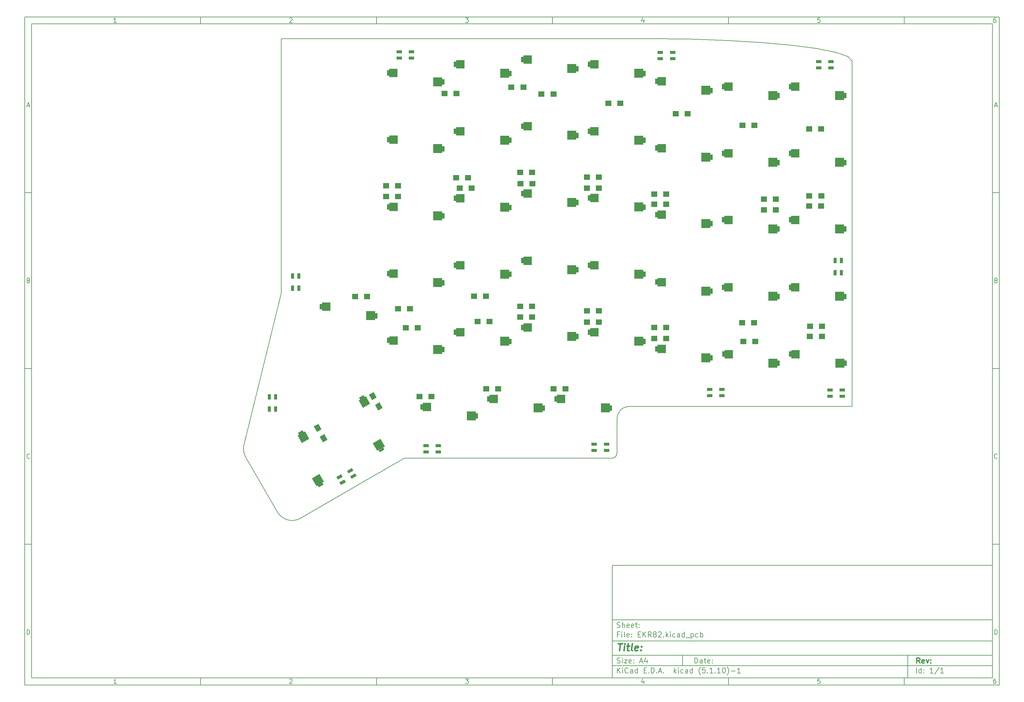
<source format=gtp>
G04 #@! TF.GenerationSoftware,KiCad,Pcbnew,(5.1.10)-1*
G04 #@! TF.CreationDate,2021-06-17T20:41:29+02:00*
G04 #@! TF.ProjectId,EKR82,454b5238-322e-46b6-9963-61645f706362,rev?*
G04 #@! TF.SameCoordinates,Original*
G04 #@! TF.FileFunction,Paste,Top*
G04 #@! TF.FilePolarity,Positive*
%FSLAX46Y46*%
G04 Gerber Fmt 4.6, Leading zero omitted, Abs format (unit mm)*
G04 Created by KiCad (PCBNEW (5.1.10)-1) date 2021-06-17 20:41:29*
%MOMM*%
%LPD*%
G01*
G04 APERTURE LIST*
%ADD10C,0.100000*%
%ADD11C,0.150000*%
%ADD12C,0.300000*%
%ADD13C,0.400000*%
G04 #@! TA.AperFunction,Profile*
%ADD14C,0.150000*%
G04 #@! TD*
G04 #@! TA.AperFunction,Profile*
%ADD15C,0.200000*%
G04 #@! TD*
%ADD16R,1.800000X1.500000*%
%ADD17R,2.500000X2.500000*%
%ADD18R,2.400000X2.400000*%
%ADD19R,0.700000X1.500000*%
%ADD20R,0.850000X1.600000*%
%ADD21R,1.600000X0.850000*%
G04 APERTURE END LIST*
D10*
D11*
X177002200Y-166007200D02*
X177002200Y-198007200D01*
X285002200Y-198007200D01*
X285002200Y-166007200D01*
X177002200Y-166007200D01*
D10*
D11*
X10000000Y-10000000D02*
X10000000Y-200007200D01*
X287002200Y-200007200D01*
X287002200Y-10000000D01*
X10000000Y-10000000D01*
D10*
D11*
X12000000Y-12000000D02*
X12000000Y-198007200D01*
X285002200Y-198007200D01*
X285002200Y-12000000D01*
X12000000Y-12000000D01*
D10*
D11*
X60000000Y-12000000D02*
X60000000Y-10000000D01*
D10*
D11*
X110000000Y-12000000D02*
X110000000Y-10000000D01*
D10*
D11*
X160000000Y-12000000D02*
X160000000Y-10000000D01*
D10*
D11*
X210000000Y-12000000D02*
X210000000Y-10000000D01*
D10*
D11*
X260000000Y-12000000D02*
X260000000Y-10000000D01*
D10*
D11*
X36065476Y-11588095D02*
X35322619Y-11588095D01*
X35694047Y-11588095D02*
X35694047Y-10288095D01*
X35570238Y-10473809D01*
X35446428Y-10597619D01*
X35322619Y-10659523D01*
D10*
D11*
X85322619Y-10411904D02*
X85384523Y-10350000D01*
X85508333Y-10288095D01*
X85817857Y-10288095D01*
X85941666Y-10350000D01*
X86003571Y-10411904D01*
X86065476Y-10535714D01*
X86065476Y-10659523D01*
X86003571Y-10845238D01*
X85260714Y-11588095D01*
X86065476Y-11588095D01*
D10*
D11*
X135260714Y-10288095D02*
X136065476Y-10288095D01*
X135632142Y-10783333D01*
X135817857Y-10783333D01*
X135941666Y-10845238D01*
X136003571Y-10907142D01*
X136065476Y-11030952D01*
X136065476Y-11340476D01*
X136003571Y-11464285D01*
X135941666Y-11526190D01*
X135817857Y-11588095D01*
X135446428Y-11588095D01*
X135322619Y-11526190D01*
X135260714Y-11464285D01*
D10*
D11*
X185941666Y-10721428D02*
X185941666Y-11588095D01*
X185632142Y-10226190D02*
X185322619Y-11154761D01*
X186127380Y-11154761D01*
D10*
D11*
X236003571Y-10288095D02*
X235384523Y-10288095D01*
X235322619Y-10907142D01*
X235384523Y-10845238D01*
X235508333Y-10783333D01*
X235817857Y-10783333D01*
X235941666Y-10845238D01*
X236003571Y-10907142D01*
X236065476Y-11030952D01*
X236065476Y-11340476D01*
X236003571Y-11464285D01*
X235941666Y-11526190D01*
X235817857Y-11588095D01*
X235508333Y-11588095D01*
X235384523Y-11526190D01*
X235322619Y-11464285D01*
D10*
D11*
X285941666Y-10288095D02*
X285694047Y-10288095D01*
X285570238Y-10350000D01*
X285508333Y-10411904D01*
X285384523Y-10597619D01*
X285322619Y-10845238D01*
X285322619Y-11340476D01*
X285384523Y-11464285D01*
X285446428Y-11526190D01*
X285570238Y-11588095D01*
X285817857Y-11588095D01*
X285941666Y-11526190D01*
X286003571Y-11464285D01*
X286065476Y-11340476D01*
X286065476Y-11030952D01*
X286003571Y-10907142D01*
X285941666Y-10845238D01*
X285817857Y-10783333D01*
X285570238Y-10783333D01*
X285446428Y-10845238D01*
X285384523Y-10907142D01*
X285322619Y-11030952D01*
D10*
D11*
X60000000Y-198007200D02*
X60000000Y-200007200D01*
D10*
D11*
X110000000Y-198007200D02*
X110000000Y-200007200D01*
D10*
D11*
X160000000Y-198007200D02*
X160000000Y-200007200D01*
D10*
D11*
X210000000Y-198007200D02*
X210000000Y-200007200D01*
D10*
D11*
X260000000Y-198007200D02*
X260000000Y-200007200D01*
D10*
D11*
X36065476Y-199595295D02*
X35322619Y-199595295D01*
X35694047Y-199595295D02*
X35694047Y-198295295D01*
X35570238Y-198481009D01*
X35446428Y-198604819D01*
X35322619Y-198666723D01*
D10*
D11*
X85322619Y-198419104D02*
X85384523Y-198357200D01*
X85508333Y-198295295D01*
X85817857Y-198295295D01*
X85941666Y-198357200D01*
X86003571Y-198419104D01*
X86065476Y-198542914D01*
X86065476Y-198666723D01*
X86003571Y-198852438D01*
X85260714Y-199595295D01*
X86065476Y-199595295D01*
D10*
D11*
X135260714Y-198295295D02*
X136065476Y-198295295D01*
X135632142Y-198790533D01*
X135817857Y-198790533D01*
X135941666Y-198852438D01*
X136003571Y-198914342D01*
X136065476Y-199038152D01*
X136065476Y-199347676D01*
X136003571Y-199471485D01*
X135941666Y-199533390D01*
X135817857Y-199595295D01*
X135446428Y-199595295D01*
X135322619Y-199533390D01*
X135260714Y-199471485D01*
D10*
D11*
X185941666Y-198728628D02*
X185941666Y-199595295D01*
X185632142Y-198233390D02*
X185322619Y-199161961D01*
X186127380Y-199161961D01*
D10*
D11*
X236003571Y-198295295D02*
X235384523Y-198295295D01*
X235322619Y-198914342D01*
X235384523Y-198852438D01*
X235508333Y-198790533D01*
X235817857Y-198790533D01*
X235941666Y-198852438D01*
X236003571Y-198914342D01*
X236065476Y-199038152D01*
X236065476Y-199347676D01*
X236003571Y-199471485D01*
X235941666Y-199533390D01*
X235817857Y-199595295D01*
X235508333Y-199595295D01*
X235384523Y-199533390D01*
X235322619Y-199471485D01*
D10*
D11*
X285941666Y-198295295D02*
X285694047Y-198295295D01*
X285570238Y-198357200D01*
X285508333Y-198419104D01*
X285384523Y-198604819D01*
X285322619Y-198852438D01*
X285322619Y-199347676D01*
X285384523Y-199471485D01*
X285446428Y-199533390D01*
X285570238Y-199595295D01*
X285817857Y-199595295D01*
X285941666Y-199533390D01*
X286003571Y-199471485D01*
X286065476Y-199347676D01*
X286065476Y-199038152D01*
X286003571Y-198914342D01*
X285941666Y-198852438D01*
X285817857Y-198790533D01*
X285570238Y-198790533D01*
X285446428Y-198852438D01*
X285384523Y-198914342D01*
X285322619Y-199038152D01*
D10*
D11*
X10000000Y-60000000D02*
X12000000Y-60000000D01*
D10*
D11*
X10000000Y-110000000D02*
X12000000Y-110000000D01*
D10*
D11*
X10000000Y-160000000D02*
X12000000Y-160000000D01*
D10*
D11*
X10690476Y-35216666D02*
X11309523Y-35216666D01*
X10566666Y-35588095D02*
X11000000Y-34288095D01*
X11433333Y-35588095D01*
D10*
D11*
X11092857Y-84907142D02*
X11278571Y-84969047D01*
X11340476Y-85030952D01*
X11402380Y-85154761D01*
X11402380Y-85340476D01*
X11340476Y-85464285D01*
X11278571Y-85526190D01*
X11154761Y-85588095D01*
X10659523Y-85588095D01*
X10659523Y-84288095D01*
X11092857Y-84288095D01*
X11216666Y-84350000D01*
X11278571Y-84411904D01*
X11340476Y-84535714D01*
X11340476Y-84659523D01*
X11278571Y-84783333D01*
X11216666Y-84845238D01*
X11092857Y-84907142D01*
X10659523Y-84907142D01*
D10*
D11*
X11402380Y-135464285D02*
X11340476Y-135526190D01*
X11154761Y-135588095D01*
X11030952Y-135588095D01*
X10845238Y-135526190D01*
X10721428Y-135402380D01*
X10659523Y-135278571D01*
X10597619Y-135030952D01*
X10597619Y-134845238D01*
X10659523Y-134597619D01*
X10721428Y-134473809D01*
X10845238Y-134350000D01*
X11030952Y-134288095D01*
X11154761Y-134288095D01*
X11340476Y-134350000D01*
X11402380Y-134411904D01*
D10*
D11*
X10659523Y-185588095D02*
X10659523Y-184288095D01*
X10969047Y-184288095D01*
X11154761Y-184350000D01*
X11278571Y-184473809D01*
X11340476Y-184597619D01*
X11402380Y-184845238D01*
X11402380Y-185030952D01*
X11340476Y-185278571D01*
X11278571Y-185402380D01*
X11154761Y-185526190D01*
X10969047Y-185588095D01*
X10659523Y-185588095D01*
D10*
D11*
X287002200Y-60000000D02*
X285002200Y-60000000D01*
D10*
D11*
X287002200Y-110000000D02*
X285002200Y-110000000D01*
D10*
D11*
X287002200Y-160000000D02*
X285002200Y-160000000D01*
D10*
D11*
X285692676Y-35216666D02*
X286311723Y-35216666D01*
X285568866Y-35588095D02*
X286002200Y-34288095D01*
X286435533Y-35588095D01*
D10*
D11*
X286095057Y-84907142D02*
X286280771Y-84969047D01*
X286342676Y-85030952D01*
X286404580Y-85154761D01*
X286404580Y-85340476D01*
X286342676Y-85464285D01*
X286280771Y-85526190D01*
X286156961Y-85588095D01*
X285661723Y-85588095D01*
X285661723Y-84288095D01*
X286095057Y-84288095D01*
X286218866Y-84350000D01*
X286280771Y-84411904D01*
X286342676Y-84535714D01*
X286342676Y-84659523D01*
X286280771Y-84783333D01*
X286218866Y-84845238D01*
X286095057Y-84907142D01*
X285661723Y-84907142D01*
D10*
D11*
X286404580Y-135464285D02*
X286342676Y-135526190D01*
X286156961Y-135588095D01*
X286033152Y-135588095D01*
X285847438Y-135526190D01*
X285723628Y-135402380D01*
X285661723Y-135278571D01*
X285599819Y-135030952D01*
X285599819Y-134845238D01*
X285661723Y-134597619D01*
X285723628Y-134473809D01*
X285847438Y-134350000D01*
X286033152Y-134288095D01*
X286156961Y-134288095D01*
X286342676Y-134350000D01*
X286404580Y-134411904D01*
D10*
D11*
X285661723Y-185588095D02*
X285661723Y-184288095D01*
X285971247Y-184288095D01*
X286156961Y-184350000D01*
X286280771Y-184473809D01*
X286342676Y-184597619D01*
X286404580Y-184845238D01*
X286404580Y-185030952D01*
X286342676Y-185278571D01*
X286280771Y-185402380D01*
X286156961Y-185526190D01*
X285971247Y-185588095D01*
X285661723Y-185588095D01*
D10*
D11*
X200434342Y-193785771D02*
X200434342Y-192285771D01*
X200791485Y-192285771D01*
X201005771Y-192357200D01*
X201148628Y-192500057D01*
X201220057Y-192642914D01*
X201291485Y-192928628D01*
X201291485Y-193142914D01*
X201220057Y-193428628D01*
X201148628Y-193571485D01*
X201005771Y-193714342D01*
X200791485Y-193785771D01*
X200434342Y-193785771D01*
X202577200Y-193785771D02*
X202577200Y-193000057D01*
X202505771Y-192857200D01*
X202362914Y-192785771D01*
X202077200Y-192785771D01*
X201934342Y-192857200D01*
X202577200Y-193714342D02*
X202434342Y-193785771D01*
X202077200Y-193785771D01*
X201934342Y-193714342D01*
X201862914Y-193571485D01*
X201862914Y-193428628D01*
X201934342Y-193285771D01*
X202077200Y-193214342D01*
X202434342Y-193214342D01*
X202577200Y-193142914D01*
X203077200Y-192785771D02*
X203648628Y-192785771D01*
X203291485Y-192285771D02*
X203291485Y-193571485D01*
X203362914Y-193714342D01*
X203505771Y-193785771D01*
X203648628Y-193785771D01*
X204720057Y-193714342D02*
X204577200Y-193785771D01*
X204291485Y-193785771D01*
X204148628Y-193714342D01*
X204077200Y-193571485D01*
X204077200Y-193000057D01*
X204148628Y-192857200D01*
X204291485Y-192785771D01*
X204577200Y-192785771D01*
X204720057Y-192857200D01*
X204791485Y-193000057D01*
X204791485Y-193142914D01*
X204077200Y-193285771D01*
X205434342Y-193642914D02*
X205505771Y-193714342D01*
X205434342Y-193785771D01*
X205362914Y-193714342D01*
X205434342Y-193642914D01*
X205434342Y-193785771D01*
X205434342Y-192857200D02*
X205505771Y-192928628D01*
X205434342Y-193000057D01*
X205362914Y-192928628D01*
X205434342Y-192857200D01*
X205434342Y-193000057D01*
D10*
D11*
X177002200Y-194507200D02*
X285002200Y-194507200D01*
D10*
D11*
X178434342Y-196585771D02*
X178434342Y-195085771D01*
X179291485Y-196585771D02*
X178648628Y-195728628D01*
X179291485Y-195085771D02*
X178434342Y-195942914D01*
X179934342Y-196585771D02*
X179934342Y-195585771D01*
X179934342Y-195085771D02*
X179862914Y-195157200D01*
X179934342Y-195228628D01*
X180005771Y-195157200D01*
X179934342Y-195085771D01*
X179934342Y-195228628D01*
X181505771Y-196442914D02*
X181434342Y-196514342D01*
X181220057Y-196585771D01*
X181077200Y-196585771D01*
X180862914Y-196514342D01*
X180720057Y-196371485D01*
X180648628Y-196228628D01*
X180577200Y-195942914D01*
X180577200Y-195728628D01*
X180648628Y-195442914D01*
X180720057Y-195300057D01*
X180862914Y-195157200D01*
X181077200Y-195085771D01*
X181220057Y-195085771D01*
X181434342Y-195157200D01*
X181505771Y-195228628D01*
X182791485Y-196585771D02*
X182791485Y-195800057D01*
X182720057Y-195657200D01*
X182577200Y-195585771D01*
X182291485Y-195585771D01*
X182148628Y-195657200D01*
X182791485Y-196514342D02*
X182648628Y-196585771D01*
X182291485Y-196585771D01*
X182148628Y-196514342D01*
X182077200Y-196371485D01*
X182077200Y-196228628D01*
X182148628Y-196085771D01*
X182291485Y-196014342D01*
X182648628Y-196014342D01*
X182791485Y-195942914D01*
X184148628Y-196585771D02*
X184148628Y-195085771D01*
X184148628Y-196514342D02*
X184005771Y-196585771D01*
X183720057Y-196585771D01*
X183577200Y-196514342D01*
X183505771Y-196442914D01*
X183434342Y-196300057D01*
X183434342Y-195871485D01*
X183505771Y-195728628D01*
X183577200Y-195657200D01*
X183720057Y-195585771D01*
X184005771Y-195585771D01*
X184148628Y-195657200D01*
X186005771Y-195800057D02*
X186505771Y-195800057D01*
X186720057Y-196585771D02*
X186005771Y-196585771D01*
X186005771Y-195085771D01*
X186720057Y-195085771D01*
X187362914Y-196442914D02*
X187434342Y-196514342D01*
X187362914Y-196585771D01*
X187291485Y-196514342D01*
X187362914Y-196442914D01*
X187362914Y-196585771D01*
X188077200Y-196585771D02*
X188077200Y-195085771D01*
X188434342Y-195085771D01*
X188648628Y-195157200D01*
X188791485Y-195300057D01*
X188862914Y-195442914D01*
X188934342Y-195728628D01*
X188934342Y-195942914D01*
X188862914Y-196228628D01*
X188791485Y-196371485D01*
X188648628Y-196514342D01*
X188434342Y-196585771D01*
X188077200Y-196585771D01*
X189577200Y-196442914D02*
X189648628Y-196514342D01*
X189577200Y-196585771D01*
X189505771Y-196514342D01*
X189577200Y-196442914D01*
X189577200Y-196585771D01*
X190220057Y-196157200D02*
X190934342Y-196157200D01*
X190077200Y-196585771D02*
X190577200Y-195085771D01*
X191077200Y-196585771D01*
X191577200Y-196442914D02*
X191648628Y-196514342D01*
X191577200Y-196585771D01*
X191505771Y-196514342D01*
X191577200Y-196442914D01*
X191577200Y-196585771D01*
X194577200Y-196585771D02*
X194577200Y-195085771D01*
X194720057Y-196014342D02*
X195148628Y-196585771D01*
X195148628Y-195585771D02*
X194577200Y-196157200D01*
X195791485Y-196585771D02*
X195791485Y-195585771D01*
X195791485Y-195085771D02*
X195720057Y-195157200D01*
X195791485Y-195228628D01*
X195862914Y-195157200D01*
X195791485Y-195085771D01*
X195791485Y-195228628D01*
X197148628Y-196514342D02*
X197005771Y-196585771D01*
X196720057Y-196585771D01*
X196577200Y-196514342D01*
X196505771Y-196442914D01*
X196434342Y-196300057D01*
X196434342Y-195871485D01*
X196505771Y-195728628D01*
X196577200Y-195657200D01*
X196720057Y-195585771D01*
X197005771Y-195585771D01*
X197148628Y-195657200D01*
X198434342Y-196585771D02*
X198434342Y-195800057D01*
X198362914Y-195657200D01*
X198220057Y-195585771D01*
X197934342Y-195585771D01*
X197791485Y-195657200D01*
X198434342Y-196514342D02*
X198291485Y-196585771D01*
X197934342Y-196585771D01*
X197791485Y-196514342D01*
X197720057Y-196371485D01*
X197720057Y-196228628D01*
X197791485Y-196085771D01*
X197934342Y-196014342D01*
X198291485Y-196014342D01*
X198434342Y-195942914D01*
X199791485Y-196585771D02*
X199791485Y-195085771D01*
X199791485Y-196514342D02*
X199648628Y-196585771D01*
X199362914Y-196585771D01*
X199220057Y-196514342D01*
X199148628Y-196442914D01*
X199077200Y-196300057D01*
X199077200Y-195871485D01*
X199148628Y-195728628D01*
X199220057Y-195657200D01*
X199362914Y-195585771D01*
X199648628Y-195585771D01*
X199791485Y-195657200D01*
X202077200Y-197157200D02*
X202005771Y-197085771D01*
X201862914Y-196871485D01*
X201791485Y-196728628D01*
X201720057Y-196514342D01*
X201648628Y-196157200D01*
X201648628Y-195871485D01*
X201720057Y-195514342D01*
X201791485Y-195300057D01*
X201862914Y-195157200D01*
X202005771Y-194942914D01*
X202077200Y-194871485D01*
X203362914Y-195085771D02*
X202648628Y-195085771D01*
X202577200Y-195800057D01*
X202648628Y-195728628D01*
X202791485Y-195657200D01*
X203148628Y-195657200D01*
X203291485Y-195728628D01*
X203362914Y-195800057D01*
X203434342Y-195942914D01*
X203434342Y-196300057D01*
X203362914Y-196442914D01*
X203291485Y-196514342D01*
X203148628Y-196585771D01*
X202791485Y-196585771D01*
X202648628Y-196514342D01*
X202577200Y-196442914D01*
X204077200Y-196442914D02*
X204148628Y-196514342D01*
X204077200Y-196585771D01*
X204005771Y-196514342D01*
X204077200Y-196442914D01*
X204077200Y-196585771D01*
X205577200Y-196585771D02*
X204720057Y-196585771D01*
X205148628Y-196585771D02*
X205148628Y-195085771D01*
X205005771Y-195300057D01*
X204862914Y-195442914D01*
X204720057Y-195514342D01*
X206220057Y-196442914D02*
X206291485Y-196514342D01*
X206220057Y-196585771D01*
X206148628Y-196514342D01*
X206220057Y-196442914D01*
X206220057Y-196585771D01*
X207720057Y-196585771D02*
X206862914Y-196585771D01*
X207291485Y-196585771D02*
X207291485Y-195085771D01*
X207148628Y-195300057D01*
X207005771Y-195442914D01*
X206862914Y-195514342D01*
X208648628Y-195085771D02*
X208791485Y-195085771D01*
X208934342Y-195157200D01*
X209005771Y-195228628D01*
X209077200Y-195371485D01*
X209148628Y-195657200D01*
X209148628Y-196014342D01*
X209077200Y-196300057D01*
X209005771Y-196442914D01*
X208934342Y-196514342D01*
X208791485Y-196585771D01*
X208648628Y-196585771D01*
X208505771Y-196514342D01*
X208434342Y-196442914D01*
X208362914Y-196300057D01*
X208291485Y-196014342D01*
X208291485Y-195657200D01*
X208362914Y-195371485D01*
X208434342Y-195228628D01*
X208505771Y-195157200D01*
X208648628Y-195085771D01*
X209648628Y-197157200D02*
X209720057Y-197085771D01*
X209862914Y-196871485D01*
X209934342Y-196728628D01*
X210005771Y-196514342D01*
X210077200Y-196157200D01*
X210077200Y-195871485D01*
X210005771Y-195514342D01*
X209934342Y-195300057D01*
X209862914Y-195157200D01*
X209720057Y-194942914D01*
X209648628Y-194871485D01*
X210791485Y-196014342D02*
X211934342Y-196014342D01*
X213434342Y-196585771D02*
X212577200Y-196585771D01*
X213005771Y-196585771D02*
X213005771Y-195085771D01*
X212862914Y-195300057D01*
X212720057Y-195442914D01*
X212577200Y-195514342D01*
D10*
D11*
X177002200Y-191507200D02*
X285002200Y-191507200D01*
D10*
D12*
X264411485Y-193785771D02*
X263911485Y-193071485D01*
X263554342Y-193785771D02*
X263554342Y-192285771D01*
X264125771Y-192285771D01*
X264268628Y-192357200D01*
X264340057Y-192428628D01*
X264411485Y-192571485D01*
X264411485Y-192785771D01*
X264340057Y-192928628D01*
X264268628Y-193000057D01*
X264125771Y-193071485D01*
X263554342Y-193071485D01*
X265625771Y-193714342D02*
X265482914Y-193785771D01*
X265197200Y-193785771D01*
X265054342Y-193714342D01*
X264982914Y-193571485D01*
X264982914Y-193000057D01*
X265054342Y-192857200D01*
X265197200Y-192785771D01*
X265482914Y-192785771D01*
X265625771Y-192857200D01*
X265697200Y-193000057D01*
X265697200Y-193142914D01*
X264982914Y-193285771D01*
X266197200Y-192785771D02*
X266554342Y-193785771D01*
X266911485Y-192785771D01*
X267482914Y-193642914D02*
X267554342Y-193714342D01*
X267482914Y-193785771D01*
X267411485Y-193714342D01*
X267482914Y-193642914D01*
X267482914Y-193785771D01*
X267482914Y-192857200D02*
X267554342Y-192928628D01*
X267482914Y-193000057D01*
X267411485Y-192928628D01*
X267482914Y-192857200D01*
X267482914Y-193000057D01*
D10*
D11*
X178362914Y-193714342D02*
X178577200Y-193785771D01*
X178934342Y-193785771D01*
X179077200Y-193714342D01*
X179148628Y-193642914D01*
X179220057Y-193500057D01*
X179220057Y-193357200D01*
X179148628Y-193214342D01*
X179077200Y-193142914D01*
X178934342Y-193071485D01*
X178648628Y-193000057D01*
X178505771Y-192928628D01*
X178434342Y-192857200D01*
X178362914Y-192714342D01*
X178362914Y-192571485D01*
X178434342Y-192428628D01*
X178505771Y-192357200D01*
X178648628Y-192285771D01*
X179005771Y-192285771D01*
X179220057Y-192357200D01*
X179862914Y-193785771D02*
X179862914Y-192785771D01*
X179862914Y-192285771D02*
X179791485Y-192357200D01*
X179862914Y-192428628D01*
X179934342Y-192357200D01*
X179862914Y-192285771D01*
X179862914Y-192428628D01*
X180434342Y-192785771D02*
X181220057Y-192785771D01*
X180434342Y-193785771D01*
X181220057Y-193785771D01*
X182362914Y-193714342D02*
X182220057Y-193785771D01*
X181934342Y-193785771D01*
X181791485Y-193714342D01*
X181720057Y-193571485D01*
X181720057Y-193000057D01*
X181791485Y-192857200D01*
X181934342Y-192785771D01*
X182220057Y-192785771D01*
X182362914Y-192857200D01*
X182434342Y-193000057D01*
X182434342Y-193142914D01*
X181720057Y-193285771D01*
X183077200Y-193642914D02*
X183148628Y-193714342D01*
X183077200Y-193785771D01*
X183005771Y-193714342D01*
X183077200Y-193642914D01*
X183077200Y-193785771D01*
X183077200Y-192857200D02*
X183148628Y-192928628D01*
X183077200Y-193000057D01*
X183005771Y-192928628D01*
X183077200Y-192857200D01*
X183077200Y-193000057D01*
X184862914Y-193357200D02*
X185577200Y-193357200D01*
X184720057Y-193785771D02*
X185220057Y-192285771D01*
X185720057Y-193785771D01*
X186862914Y-192785771D02*
X186862914Y-193785771D01*
X186505771Y-192214342D02*
X186148628Y-193285771D01*
X187077200Y-193285771D01*
D10*
D11*
X263434342Y-196585771D02*
X263434342Y-195085771D01*
X264791485Y-196585771D02*
X264791485Y-195085771D01*
X264791485Y-196514342D02*
X264648628Y-196585771D01*
X264362914Y-196585771D01*
X264220057Y-196514342D01*
X264148628Y-196442914D01*
X264077200Y-196300057D01*
X264077200Y-195871485D01*
X264148628Y-195728628D01*
X264220057Y-195657200D01*
X264362914Y-195585771D01*
X264648628Y-195585771D01*
X264791485Y-195657200D01*
X265505771Y-196442914D02*
X265577200Y-196514342D01*
X265505771Y-196585771D01*
X265434342Y-196514342D01*
X265505771Y-196442914D01*
X265505771Y-196585771D01*
X265505771Y-195657200D02*
X265577200Y-195728628D01*
X265505771Y-195800057D01*
X265434342Y-195728628D01*
X265505771Y-195657200D01*
X265505771Y-195800057D01*
X268148628Y-196585771D02*
X267291485Y-196585771D01*
X267720057Y-196585771D02*
X267720057Y-195085771D01*
X267577200Y-195300057D01*
X267434342Y-195442914D01*
X267291485Y-195514342D01*
X269862914Y-195014342D02*
X268577200Y-196942914D01*
X271148628Y-196585771D02*
X270291485Y-196585771D01*
X270720057Y-196585771D02*
X270720057Y-195085771D01*
X270577200Y-195300057D01*
X270434342Y-195442914D01*
X270291485Y-195514342D01*
D10*
D11*
X177002200Y-187507200D02*
X285002200Y-187507200D01*
D10*
D13*
X178714580Y-188211961D02*
X179857438Y-188211961D01*
X179036009Y-190211961D02*
X179286009Y-188211961D01*
X180274104Y-190211961D02*
X180440771Y-188878628D01*
X180524104Y-188211961D02*
X180416961Y-188307200D01*
X180500295Y-188402438D01*
X180607438Y-188307200D01*
X180524104Y-188211961D01*
X180500295Y-188402438D01*
X181107438Y-188878628D02*
X181869342Y-188878628D01*
X181476485Y-188211961D02*
X181262200Y-189926247D01*
X181333628Y-190116723D01*
X181512200Y-190211961D01*
X181702676Y-190211961D01*
X182655057Y-190211961D02*
X182476485Y-190116723D01*
X182405057Y-189926247D01*
X182619342Y-188211961D01*
X184190771Y-190116723D02*
X183988390Y-190211961D01*
X183607438Y-190211961D01*
X183428866Y-190116723D01*
X183357438Y-189926247D01*
X183452676Y-189164342D01*
X183571723Y-188973866D01*
X183774104Y-188878628D01*
X184155057Y-188878628D01*
X184333628Y-188973866D01*
X184405057Y-189164342D01*
X184381247Y-189354819D01*
X183405057Y-189545295D01*
X185155057Y-190021485D02*
X185238390Y-190116723D01*
X185131247Y-190211961D01*
X185047914Y-190116723D01*
X185155057Y-190021485D01*
X185131247Y-190211961D01*
X185286009Y-188973866D02*
X185369342Y-189069104D01*
X185262200Y-189164342D01*
X185178866Y-189069104D01*
X185286009Y-188973866D01*
X185262200Y-189164342D01*
D10*
D11*
X178934342Y-185600057D02*
X178434342Y-185600057D01*
X178434342Y-186385771D02*
X178434342Y-184885771D01*
X179148628Y-184885771D01*
X179720057Y-186385771D02*
X179720057Y-185385771D01*
X179720057Y-184885771D02*
X179648628Y-184957200D01*
X179720057Y-185028628D01*
X179791485Y-184957200D01*
X179720057Y-184885771D01*
X179720057Y-185028628D01*
X180648628Y-186385771D02*
X180505771Y-186314342D01*
X180434342Y-186171485D01*
X180434342Y-184885771D01*
X181791485Y-186314342D02*
X181648628Y-186385771D01*
X181362914Y-186385771D01*
X181220057Y-186314342D01*
X181148628Y-186171485D01*
X181148628Y-185600057D01*
X181220057Y-185457200D01*
X181362914Y-185385771D01*
X181648628Y-185385771D01*
X181791485Y-185457200D01*
X181862914Y-185600057D01*
X181862914Y-185742914D01*
X181148628Y-185885771D01*
X182505771Y-186242914D02*
X182577200Y-186314342D01*
X182505771Y-186385771D01*
X182434342Y-186314342D01*
X182505771Y-186242914D01*
X182505771Y-186385771D01*
X182505771Y-185457200D02*
X182577200Y-185528628D01*
X182505771Y-185600057D01*
X182434342Y-185528628D01*
X182505771Y-185457200D01*
X182505771Y-185600057D01*
X184362914Y-185600057D02*
X184862914Y-185600057D01*
X185077200Y-186385771D02*
X184362914Y-186385771D01*
X184362914Y-184885771D01*
X185077200Y-184885771D01*
X185720057Y-186385771D02*
X185720057Y-184885771D01*
X186577200Y-186385771D02*
X185934342Y-185528628D01*
X186577200Y-184885771D02*
X185720057Y-185742914D01*
X188077200Y-186385771D02*
X187577200Y-185671485D01*
X187220057Y-186385771D02*
X187220057Y-184885771D01*
X187791485Y-184885771D01*
X187934342Y-184957200D01*
X188005771Y-185028628D01*
X188077200Y-185171485D01*
X188077200Y-185385771D01*
X188005771Y-185528628D01*
X187934342Y-185600057D01*
X187791485Y-185671485D01*
X187220057Y-185671485D01*
X188934342Y-185528628D02*
X188791485Y-185457200D01*
X188720057Y-185385771D01*
X188648628Y-185242914D01*
X188648628Y-185171485D01*
X188720057Y-185028628D01*
X188791485Y-184957200D01*
X188934342Y-184885771D01*
X189220057Y-184885771D01*
X189362914Y-184957200D01*
X189434342Y-185028628D01*
X189505771Y-185171485D01*
X189505771Y-185242914D01*
X189434342Y-185385771D01*
X189362914Y-185457200D01*
X189220057Y-185528628D01*
X188934342Y-185528628D01*
X188791485Y-185600057D01*
X188720057Y-185671485D01*
X188648628Y-185814342D01*
X188648628Y-186100057D01*
X188720057Y-186242914D01*
X188791485Y-186314342D01*
X188934342Y-186385771D01*
X189220057Y-186385771D01*
X189362914Y-186314342D01*
X189434342Y-186242914D01*
X189505771Y-186100057D01*
X189505771Y-185814342D01*
X189434342Y-185671485D01*
X189362914Y-185600057D01*
X189220057Y-185528628D01*
X190077200Y-185028628D02*
X190148628Y-184957200D01*
X190291485Y-184885771D01*
X190648628Y-184885771D01*
X190791485Y-184957200D01*
X190862914Y-185028628D01*
X190934342Y-185171485D01*
X190934342Y-185314342D01*
X190862914Y-185528628D01*
X190005771Y-186385771D01*
X190934342Y-186385771D01*
X191577200Y-186242914D02*
X191648628Y-186314342D01*
X191577200Y-186385771D01*
X191505771Y-186314342D01*
X191577200Y-186242914D01*
X191577200Y-186385771D01*
X192291485Y-186385771D02*
X192291485Y-184885771D01*
X192434342Y-185814342D02*
X192862914Y-186385771D01*
X192862914Y-185385771D02*
X192291485Y-185957200D01*
X193505771Y-186385771D02*
X193505771Y-185385771D01*
X193505771Y-184885771D02*
X193434342Y-184957200D01*
X193505771Y-185028628D01*
X193577200Y-184957200D01*
X193505771Y-184885771D01*
X193505771Y-185028628D01*
X194862914Y-186314342D02*
X194720057Y-186385771D01*
X194434342Y-186385771D01*
X194291485Y-186314342D01*
X194220057Y-186242914D01*
X194148628Y-186100057D01*
X194148628Y-185671485D01*
X194220057Y-185528628D01*
X194291485Y-185457200D01*
X194434342Y-185385771D01*
X194720057Y-185385771D01*
X194862914Y-185457200D01*
X196148628Y-186385771D02*
X196148628Y-185600057D01*
X196077200Y-185457200D01*
X195934342Y-185385771D01*
X195648628Y-185385771D01*
X195505771Y-185457200D01*
X196148628Y-186314342D02*
X196005771Y-186385771D01*
X195648628Y-186385771D01*
X195505771Y-186314342D01*
X195434342Y-186171485D01*
X195434342Y-186028628D01*
X195505771Y-185885771D01*
X195648628Y-185814342D01*
X196005771Y-185814342D01*
X196148628Y-185742914D01*
X197505771Y-186385771D02*
X197505771Y-184885771D01*
X197505771Y-186314342D02*
X197362914Y-186385771D01*
X197077200Y-186385771D01*
X196934342Y-186314342D01*
X196862914Y-186242914D01*
X196791485Y-186100057D01*
X196791485Y-185671485D01*
X196862914Y-185528628D01*
X196934342Y-185457200D01*
X197077200Y-185385771D01*
X197362914Y-185385771D01*
X197505771Y-185457200D01*
X197862914Y-186528628D02*
X199005771Y-186528628D01*
X199362914Y-185385771D02*
X199362914Y-186885771D01*
X199362914Y-185457200D02*
X199505771Y-185385771D01*
X199791485Y-185385771D01*
X199934342Y-185457200D01*
X200005771Y-185528628D01*
X200077200Y-185671485D01*
X200077200Y-186100057D01*
X200005771Y-186242914D01*
X199934342Y-186314342D01*
X199791485Y-186385771D01*
X199505771Y-186385771D01*
X199362914Y-186314342D01*
X201362914Y-186314342D02*
X201220057Y-186385771D01*
X200934342Y-186385771D01*
X200791485Y-186314342D01*
X200720057Y-186242914D01*
X200648628Y-186100057D01*
X200648628Y-185671485D01*
X200720057Y-185528628D01*
X200791485Y-185457200D01*
X200934342Y-185385771D01*
X201220057Y-185385771D01*
X201362914Y-185457200D01*
X202005771Y-186385771D02*
X202005771Y-184885771D01*
X202005771Y-185457200D02*
X202148628Y-185385771D01*
X202434342Y-185385771D01*
X202577200Y-185457200D01*
X202648628Y-185528628D01*
X202720057Y-185671485D01*
X202720057Y-186100057D01*
X202648628Y-186242914D01*
X202577200Y-186314342D01*
X202434342Y-186385771D01*
X202148628Y-186385771D01*
X202005771Y-186314342D01*
D10*
D11*
X177002200Y-181507200D02*
X285002200Y-181507200D01*
D10*
D11*
X178362914Y-183614342D02*
X178577200Y-183685771D01*
X178934342Y-183685771D01*
X179077200Y-183614342D01*
X179148628Y-183542914D01*
X179220057Y-183400057D01*
X179220057Y-183257200D01*
X179148628Y-183114342D01*
X179077200Y-183042914D01*
X178934342Y-182971485D01*
X178648628Y-182900057D01*
X178505771Y-182828628D01*
X178434342Y-182757200D01*
X178362914Y-182614342D01*
X178362914Y-182471485D01*
X178434342Y-182328628D01*
X178505771Y-182257200D01*
X178648628Y-182185771D01*
X179005771Y-182185771D01*
X179220057Y-182257200D01*
X179862914Y-183685771D02*
X179862914Y-182185771D01*
X180505771Y-183685771D02*
X180505771Y-182900057D01*
X180434342Y-182757200D01*
X180291485Y-182685771D01*
X180077200Y-182685771D01*
X179934342Y-182757200D01*
X179862914Y-182828628D01*
X181791485Y-183614342D02*
X181648628Y-183685771D01*
X181362914Y-183685771D01*
X181220057Y-183614342D01*
X181148628Y-183471485D01*
X181148628Y-182900057D01*
X181220057Y-182757200D01*
X181362914Y-182685771D01*
X181648628Y-182685771D01*
X181791485Y-182757200D01*
X181862914Y-182900057D01*
X181862914Y-183042914D01*
X181148628Y-183185771D01*
X183077200Y-183614342D02*
X182934342Y-183685771D01*
X182648628Y-183685771D01*
X182505771Y-183614342D01*
X182434342Y-183471485D01*
X182434342Y-182900057D01*
X182505771Y-182757200D01*
X182648628Y-182685771D01*
X182934342Y-182685771D01*
X183077200Y-182757200D01*
X183148628Y-182900057D01*
X183148628Y-183042914D01*
X182434342Y-183185771D01*
X183577200Y-182685771D02*
X184148628Y-182685771D01*
X183791485Y-182185771D02*
X183791485Y-183471485D01*
X183862914Y-183614342D01*
X184005771Y-183685771D01*
X184148628Y-183685771D01*
X184648628Y-183542914D02*
X184720057Y-183614342D01*
X184648628Y-183685771D01*
X184577200Y-183614342D01*
X184648628Y-183542914D01*
X184648628Y-183685771D01*
X184648628Y-182757200D02*
X184720057Y-182828628D01*
X184648628Y-182900057D01*
X184577200Y-182828628D01*
X184648628Y-182757200D01*
X184648628Y-182900057D01*
D10*
D11*
X197002200Y-191507200D02*
X197002200Y-194507200D01*
D10*
D11*
X261002200Y-191507200D02*
X261002200Y-198007200D01*
D14*
X72674503Y-134960305D02*
G75*
G02*
X72175000Y-132325000I4376397J2194505D01*
G01*
X88345583Y-152620389D02*
G75*
G02*
X81699101Y-150634699I-2328483J4322489D01*
G01*
X72674503Y-134960305D02*
X81699101Y-150634699D01*
X104456758Y-143271756D02*
X88345583Y-152620389D01*
X245120000Y-120789735D02*
X245120000Y-22546755D01*
X223959999Y-120789735D02*
X245120000Y-120789735D01*
X82937528Y-38136762D02*
X82937528Y-16196762D01*
D15*
X240549319Y-20073847D02*
X235185697Y-18995159D01*
X235185697Y-18995159D02*
X228080758Y-18055561D01*
X116186619Y-136480784D02*
X117862313Y-135510645D01*
X114510925Y-137450923D02*
X116186619Y-136480784D01*
X82937528Y-50750629D02*
X82937528Y-44443695D01*
X82937528Y-57057562D02*
X82937528Y-50750629D01*
X142171711Y-16196762D02*
X131763877Y-16196762D01*
X218692418Y-120789735D02*
X223959999Y-120789735D01*
X213424836Y-120789735D02*
X218692418Y-120789735D01*
X208157255Y-120789735D02*
X213424836Y-120789735D01*
X202889673Y-120789735D02*
X208157255Y-120789735D01*
X197622092Y-120789735D02*
X202889673Y-120789735D01*
X192354511Y-120789735D02*
X197622092Y-120789735D01*
X187086929Y-120789735D02*
X192354511Y-120789735D01*
X181819348Y-120789735D02*
X187086929Y-120789735D01*
X181113524Y-120860778D02*
X181819348Y-120789735D01*
X180456326Y-121064561D02*
X181113524Y-120860778D01*
X179861773Y-121387065D02*
X180456326Y-121064561D01*
X179343884Y-121814271D02*
X179861773Y-121387065D01*
X178916678Y-122332160D02*
X179343884Y-121814271D01*
X178594174Y-122926713D02*
X178916678Y-122332160D01*
X178390391Y-123583911D02*
X178594174Y-122926713D01*
X178319348Y-124289735D02*
X178390391Y-123583911D01*
X219467654Y-17280488D02*
X209579538Y-16695374D01*
X228080758Y-18055561D02*
X219467654Y-17280488D01*
X198649563Y-16325654D02*
X186910881Y-16196762D01*
X209579538Y-16695374D02*
X198649563Y-16325654D01*
X177658308Y-135255660D02*
X177403500Y-135393876D01*
X177880261Y-135072571D02*
X177658308Y-135255660D01*
X178063349Y-134850619D02*
X177880261Y-135072571D01*
X178201565Y-134595810D02*
X178063349Y-134850619D01*
X178288901Y-134314154D02*
X178201565Y-134595810D01*
X178319348Y-134034052D02*
X178288901Y-134314154D01*
X82937528Y-69671429D02*
X82937528Y-63364495D01*
X82937528Y-75978362D02*
X82937528Y-69671429D01*
X82937528Y-82285296D02*
X82937528Y-75978362D01*
X82937528Y-88592229D02*
X82937528Y-82285296D01*
X131763877Y-16196762D02*
X121356044Y-16196762D01*
X152579545Y-16196762D02*
X142171711Y-16196762D01*
X162987379Y-16196762D02*
X152579545Y-16196762D01*
X173395213Y-16196762D02*
X162987379Y-16196762D01*
X186910881Y-16196762D02*
X173395213Y-16196762D01*
X121356044Y-16196762D02*
X82937528Y-16196762D01*
X82937528Y-63364495D02*
X82937528Y-57057562D01*
X82937528Y-44443695D02*
X82937528Y-38136762D01*
X82937777Y-88592317D02*
X72175000Y-132325000D01*
X112835230Y-138421062D02*
X114510925Y-137450923D01*
X111159536Y-139391201D02*
X112835230Y-138421062D01*
X109483841Y-140361340D02*
X111159536Y-139391201D01*
X107808147Y-141331479D02*
X109483841Y-140361340D01*
X106132452Y-142301617D02*
X107808147Y-141331479D01*
X104456758Y-143271756D02*
X106132452Y-142301617D01*
X169449826Y-135511658D02*
X176819348Y-135511658D01*
X162080304Y-135511658D02*
X169449826Y-135511658D01*
X154710782Y-135511658D02*
X162080304Y-135511658D01*
X147341260Y-135511658D02*
X154710782Y-135511658D01*
X139971738Y-135511658D02*
X147341260Y-135511658D01*
X132602217Y-135511658D02*
X139971738Y-135511658D01*
X125232695Y-135511658D02*
X132602217Y-135511658D01*
X117863173Y-135511658D02*
X125232695Y-135511658D01*
X178319348Y-132816013D02*
X178319348Y-134034052D01*
X178319348Y-131597973D02*
X178319348Y-132816013D01*
X178319348Y-130379933D02*
X178319348Y-131597973D01*
X178319348Y-129161894D02*
X178319348Y-130379933D01*
X178319348Y-127943854D02*
X178319348Y-129161894D01*
X178319348Y-126725814D02*
X178319348Y-127943854D01*
X178319348Y-125507775D02*
X178319348Y-126725814D01*
X178319348Y-124289735D02*
X178319348Y-125507775D01*
X177121844Y-135481211D02*
X176819348Y-135511658D01*
X177403500Y-135393876D02*
X177121844Y-135481211D01*
X243938471Y-21266190D02*
X240549319Y-20073847D01*
X245120000Y-22546755D02*
X243938471Y-21266190D01*
D16*
X116100000Y-58000000D03*
X112700000Y-58000000D03*
X192300000Y-60400000D03*
X188900000Y-60400000D03*
X223500000Y-61800000D03*
X220100000Y-61800000D03*
X116100000Y-61100000D03*
X112700000Y-61100000D03*
X137000000Y-58700000D03*
X133600000Y-58700000D03*
X154300000Y-57400000D03*
X150900000Y-57400000D03*
X173200000Y-58700000D03*
X169800000Y-58700000D03*
X192300000Y-63300000D03*
X188900000Y-63300000D03*
X223500000Y-64900000D03*
X220100000Y-64900000D03*
X119500000Y-93000000D03*
X116100000Y-93000000D03*
X141100000Y-89400000D03*
X137700000Y-89400000D03*
X154200000Y-92300000D03*
X150800000Y-92300000D03*
X173200000Y-93600000D03*
X169800000Y-93600000D03*
X192300000Y-98300000D03*
X188900000Y-98300000D03*
X217310000Y-96990000D03*
X213910000Y-96990000D03*
X121700000Y-98400000D03*
X118300000Y-98400000D03*
X142100000Y-96600000D03*
X138700000Y-96600000D03*
X154200000Y-95400000D03*
X150800000Y-95400000D03*
X173200000Y-96800000D03*
X169800000Y-96800000D03*
X192300000Y-101500000D03*
X188900000Y-101500000D03*
X217640000Y-102320000D03*
X214240000Y-102320000D03*
D10*
G36*
X93883781Y-129414977D02*
G01*
X95182819Y-128664977D01*
X96082819Y-130223823D01*
X94783781Y-130973823D01*
X93883781Y-129414977D01*
G37*
G36*
X92183781Y-126470491D02*
G01*
X93482819Y-125720491D01*
X94382819Y-127279337D01*
X93083781Y-128029337D01*
X92183781Y-126470491D01*
G37*
D16*
X236560000Y-100850000D03*
X233160000Y-100850000D03*
X236580000Y-97950000D03*
X233180000Y-97950000D03*
X236360000Y-63800000D03*
X232960000Y-63800000D03*
X236380000Y-60920000D03*
X232980000Y-60920000D03*
X236370000Y-41890000D03*
X232970000Y-41890000D03*
X217400000Y-40860000D03*
X214000000Y-40860000D03*
X198390000Y-37530000D03*
X194990000Y-37530000D03*
X179280000Y-34530000D03*
X175880000Y-34530000D03*
X160270000Y-31920000D03*
X156870000Y-31920000D03*
X151720000Y-30040000D03*
X148320000Y-30040000D03*
X132690000Y-31800000D03*
X129290000Y-31800000D03*
X163700000Y-115800000D03*
X160300000Y-115800000D03*
X144600000Y-115800000D03*
X141200000Y-115800000D03*
X125600000Y-118000000D03*
X122200000Y-118000000D03*
D10*
G36*
X109550481Y-120367820D02*
G01*
X110849519Y-119617820D01*
X111749519Y-121176666D01*
X110450481Y-121926666D01*
X109550481Y-120367820D01*
G37*
G36*
X107850481Y-117423334D02*
G01*
X109149519Y-116673334D01*
X110049519Y-118232180D01*
X108750481Y-118982180D01*
X107850481Y-117423334D01*
G37*
D16*
X107300000Y-89500000D03*
X103900000Y-89500000D03*
X173200000Y-55600000D03*
X169800000Y-55600000D03*
X154200000Y-54200000D03*
X150800000Y-54200000D03*
X136000000Y-55700000D03*
X132600000Y-55700000D03*
D17*
X241600000Y-89459999D03*
D18*
X229000000Y-86920000D03*
D19*
X243200000Y-89500000D03*
X227500000Y-86900000D03*
D20*
X86125000Y-87150000D03*
X87875000Y-87150000D03*
X86125000Y-83650000D03*
X87875000Y-83650000D03*
D21*
X116450000Y-19925000D03*
X116450000Y-21675000D03*
X119950000Y-19925000D03*
X119950000Y-21675000D03*
X190650000Y-20125000D03*
X190650000Y-21875000D03*
X194150000Y-20125000D03*
X194150000Y-21875000D03*
X235650000Y-22725000D03*
X235650000Y-24475000D03*
X239150000Y-22725000D03*
X239150000Y-24475000D03*
D20*
X242075000Y-79250000D03*
X240325000Y-79250000D03*
X242075000Y-82750000D03*
X240325000Y-82750000D03*
D21*
X242350000Y-117875000D03*
X242350000Y-116125000D03*
X238850000Y-117875000D03*
X238850000Y-116125000D03*
X208150000Y-117675000D03*
X208150000Y-115925000D03*
X204650000Y-117675000D03*
X204650000Y-115925000D03*
X175350000Y-133275000D03*
X175350000Y-131525000D03*
X171850000Y-133275000D03*
X171850000Y-131525000D03*
X127550000Y-133675000D03*
X127550000Y-131925000D03*
X124050000Y-133675000D03*
X124050000Y-131925000D03*
D10*
G36*
X103880320Y-139831939D02*
G01*
X104305320Y-140568061D01*
X102919680Y-141368061D01*
X102494680Y-140631939D01*
X103880320Y-139831939D01*
G37*
G36*
X103005320Y-138316395D02*
G01*
X103430320Y-139052517D01*
X102044680Y-139852517D01*
X101619680Y-139116395D01*
X103005320Y-138316395D01*
G37*
G36*
X100849232Y-141581939D02*
G01*
X101274232Y-142318061D01*
X99888592Y-143118061D01*
X99463592Y-142381939D01*
X100849232Y-141581939D01*
G37*
G36*
X99974232Y-140066395D02*
G01*
X100399232Y-140802517D01*
X99013592Y-141602517D01*
X98588592Y-140866395D01*
X99974232Y-140066395D01*
G37*
D20*
X79525000Y-121550000D03*
X81275000Y-121550000D03*
X79525000Y-118050000D03*
X81275000Y-118050000D03*
D10*
G36*
X95037237Y-142163107D02*
G01*
X92872173Y-143413107D01*
X91622173Y-141248043D01*
X93787237Y-139998043D01*
X95037237Y-142163107D01*
G37*
G36*
X90868639Y-129962885D02*
G01*
X88790179Y-131162885D01*
X87590179Y-129084425D01*
X89668639Y-127884425D01*
X90868639Y-129962885D01*
G37*
G36*
X93270545Y-143183107D02*
G01*
X94569583Y-142433107D01*
X94919583Y-143039325D01*
X93620545Y-143789325D01*
X93270545Y-143183107D01*
G37*
G36*
X87672211Y-128286508D02*
G01*
X88971249Y-127536508D01*
X89321249Y-128142726D01*
X88022211Y-128892726D01*
X87672211Y-128286508D01*
G37*
D17*
X241600000Y-32359999D03*
D18*
X229000000Y-29820000D03*
D19*
X243200000Y-32400000D03*
X227500000Y-29800000D03*
D17*
X241650000Y-108459999D03*
D18*
X229050000Y-105920000D03*
D19*
X243250000Y-108500000D03*
X227550000Y-105900000D03*
D17*
X241600000Y-70259999D03*
D18*
X229000000Y-67720000D03*
D19*
X243200000Y-70300000D03*
X227500000Y-67700000D03*
D17*
X241600000Y-51359999D03*
D18*
X229000000Y-48820000D03*
D19*
X243200000Y-51400000D03*
X227500000Y-48800000D03*
D17*
X222600000Y-51359999D03*
D18*
X210000000Y-48820000D03*
D19*
X224200000Y-51400000D03*
X208500000Y-48800000D03*
D17*
X222600000Y-32359999D03*
D18*
X210000000Y-29820000D03*
D19*
X224200000Y-32400000D03*
X208500000Y-29800000D03*
D17*
X203600000Y-30859999D03*
D18*
X191000000Y-28320000D03*
D19*
X205200000Y-30900000D03*
X189500000Y-28300000D03*
D17*
X184500000Y-26059999D03*
D18*
X171900000Y-23520000D03*
D19*
X186100000Y-26100000D03*
X170400000Y-23500000D03*
D17*
X165500000Y-24669999D03*
D18*
X152900000Y-22130000D03*
D19*
X167100000Y-24710000D03*
X151400000Y-22110000D03*
D17*
X146400000Y-26059999D03*
D18*
X133800000Y-23520000D03*
D19*
X148000000Y-26100000D03*
X132300000Y-23500000D03*
D17*
X127390000Y-28459999D03*
D18*
X114790000Y-25920000D03*
D19*
X128990000Y-28500000D03*
X113290000Y-25900000D03*
D17*
X203600000Y-68759999D03*
D18*
X191000000Y-66220000D03*
D19*
X205200000Y-68800000D03*
X189500000Y-66200000D03*
D17*
X155900000Y-121209999D03*
D18*
X143300000Y-118670000D03*
D19*
X157500000Y-121250000D03*
X141800000Y-118650000D03*
D17*
X203600000Y-87959999D03*
D18*
X191000000Y-85420000D03*
D19*
X205200000Y-88000000D03*
X189500000Y-85400000D03*
D17*
X203600000Y-49859999D03*
D18*
X191000000Y-47320000D03*
D19*
X205200000Y-49900000D03*
X189500000Y-47300000D03*
D17*
X184500000Y-45059999D03*
D18*
X171900000Y-42520000D03*
D19*
X186100000Y-45100000D03*
X170400000Y-42500000D03*
D17*
X146400000Y-45059999D03*
D18*
X133800000Y-42520000D03*
D19*
X148000000Y-45100000D03*
X132300000Y-42500000D03*
D10*
G36*
X112357237Y-132163107D02*
G01*
X110192173Y-133413107D01*
X108942173Y-131248043D01*
X111107237Y-129998043D01*
X112357237Y-132163107D01*
G37*
G36*
X108188639Y-119962885D02*
G01*
X106110179Y-121162885D01*
X104910179Y-119084425D01*
X106988639Y-117884425D01*
X108188639Y-119962885D01*
G37*
G36*
X110590545Y-133183107D02*
G01*
X111889583Y-132433107D01*
X112239583Y-133039325D01*
X110940545Y-133789325D01*
X110590545Y-133183107D01*
G37*
G36*
X104992211Y-118286508D02*
G01*
X106291249Y-117536508D01*
X106641249Y-118142726D01*
X105342211Y-118892726D01*
X104992211Y-118286508D01*
G37*
D17*
X175000000Y-121209999D03*
D18*
X162400000Y-118670000D03*
D19*
X176600000Y-121250000D03*
X160900000Y-118650000D03*
D17*
X136900000Y-123459999D03*
D18*
X124300000Y-120920000D03*
D19*
X138500000Y-123500000D03*
X122800000Y-120900000D03*
D17*
X108300000Y-94959999D03*
D18*
X95700000Y-92420000D03*
D19*
X109900000Y-95000000D03*
X94200000Y-92400000D03*
D17*
X222650000Y-108459999D03*
D18*
X210050000Y-105920000D03*
D19*
X224250000Y-108500000D03*
X208550000Y-105900000D03*
D17*
X203600000Y-106959999D03*
D18*
X191000000Y-104420000D03*
D19*
X205200000Y-107000000D03*
X189500000Y-104400000D03*
D17*
X184500000Y-102259999D03*
D18*
X171900000Y-99720000D03*
D19*
X186100000Y-102300000D03*
X170400000Y-99700000D03*
D17*
X165500000Y-100859999D03*
D18*
X152900000Y-98320000D03*
D19*
X167100000Y-100900000D03*
X151400000Y-98300000D03*
D17*
X146400000Y-102259999D03*
D18*
X133800000Y-99720000D03*
D19*
X148000000Y-102300000D03*
X132300000Y-99700000D03*
D17*
X127400000Y-104559999D03*
D18*
X114800000Y-102020000D03*
D19*
X129000000Y-104600000D03*
X113300000Y-102000000D03*
D17*
X222600000Y-89459999D03*
D18*
X210000000Y-86920000D03*
D19*
X224200000Y-89500000D03*
X208500000Y-86900000D03*
D17*
X184500000Y-83159999D03*
D18*
X171900000Y-80620000D03*
D19*
X186100000Y-83200000D03*
X170400000Y-80600000D03*
D17*
X165500000Y-81859999D03*
D18*
X152900000Y-79320000D03*
D19*
X167100000Y-81900000D03*
X151400000Y-79300000D03*
D17*
X146400000Y-83159999D03*
D18*
X133800000Y-80620000D03*
D19*
X148000000Y-83200000D03*
X132300000Y-80600000D03*
D17*
X127400000Y-85559999D03*
D18*
X114800000Y-83020000D03*
D19*
X129000000Y-85600000D03*
X113300000Y-83000000D03*
D17*
X222600000Y-70259999D03*
D18*
X210000000Y-67720000D03*
D19*
X224200000Y-70300000D03*
X208500000Y-67700000D03*
D17*
X184500000Y-64059999D03*
D18*
X171900000Y-61520000D03*
D19*
X186100000Y-64100000D03*
X170400000Y-61500000D03*
D17*
X165500000Y-62759999D03*
D18*
X152900000Y-60220000D03*
D19*
X167100000Y-62800000D03*
X151400000Y-60200000D03*
D17*
X146400000Y-64159999D03*
D18*
X133800000Y-61620000D03*
D19*
X148000000Y-64200000D03*
X132300000Y-61600000D03*
D17*
X127400000Y-66559999D03*
D18*
X114800000Y-64020000D03*
D19*
X129000000Y-66600000D03*
X113300000Y-64000000D03*
D17*
X165500000Y-43669999D03*
D18*
X152900000Y-41130000D03*
D19*
X167100000Y-43710000D03*
X151400000Y-41110000D03*
D17*
X127400000Y-47459999D03*
D18*
X114800000Y-44920000D03*
D19*
X129000000Y-47500000D03*
X113300000Y-44900000D03*
M02*

</source>
